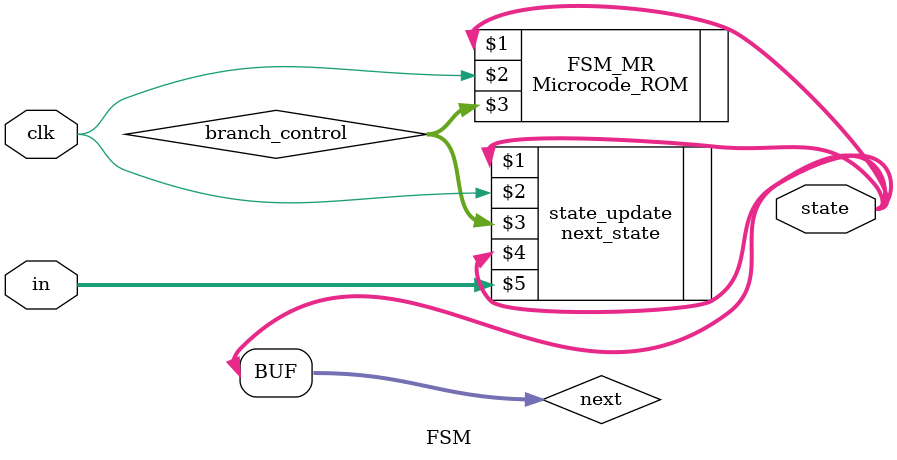
<source format=v>
`include "A5Q1_microcode_ROM.v"
`include "A5Q1_next_state.v"

module FSM(clk,in,state);
    input clk;
    input [1:0] in;

    output reg [3:0] state;

    wire [2:0] branch_control;
    wire [3:0] next;

    initial begin
        state <= 4'd0;  // Starting state
    end

    Microcode_ROM FSM_MR(state, clk, branch_control);       // ROM Module 
    next_state state_update(state, clk, branch_control, next, in);      // Next State Function

    always @(next) begin
        state <= next;      // Fetch next state from next state function output as soon as it updates
    end

endmodule
</source>
